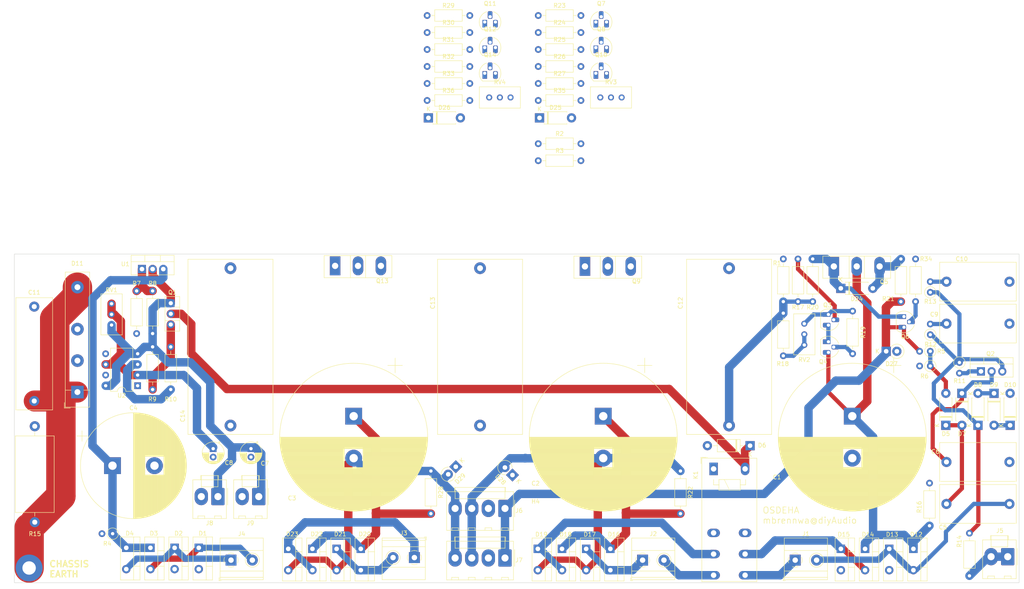
<source format=kicad_pcb>
(kicad_pcb (version 20240108) (generator "pcbnew") (generator_version "8.0")
  (layers (0 "F.Cu" signal) (31 "B.Cu" signal) (34 "B.Paste" user) (35 "F.Paste" user) (36 "B.SilkS" user "B.Silkscreen") (37 "F.SilkS" user "F.Silkscreen") (38 "B.Mask" user) (39 "F.Mask" user) (44 "Edge.Cuts" user))
  (net 0 "")
  (net 1 "Net-(D3-K)")
  (net 2 "GND")
  (net 3 "/HV_STABI1/CAP")
  (net 4 "/HV_STABI2/CAP")
  (net 5 "/B-")
  (net 6 "/HV_STABI3/CAP")
  (net 7 "/B2-")
  (net 8 "Net-(D6-K)")
  (net 9 "Net-(D7-K)")
  (net 10 "/H")
  (net 11 "Net-(U2-THR)")
  (net 12 "Net-(C9-Pad1)")
  (net 13 "Net-(C10-Pad1)")
  (net 14 "Earth_Protective")
  (net 15 "/HV_STABI2/RSET")
  (net 16 "/HV_STABI1/RSET")
  (net 17 "/HV_STABI3/RSET")
  (net 18 "Net-(D5-A)")
  (net 19 "Net-(D5-K)")
  (net 20 "Net-(D8-K)")
  (net 21 "Net-(D8-A)")
  (net 22 "Net-(D10-K)")
  (net 23 "/HV_STABI2/AC2")
  (net 24 "/HV_STABI1/AC2")
  (net 25 "/BIAS")
  (net 26 "Net-(Q3-S)")
  (net 27 "Net-(Q3-G)")
  (net 28 "Net-(Q7-S)")
  (net 29 "Net-(Q7-G)")
  (net 30 "Net-(Q7-D)")
  (net 31 "Net-(Q1-B)")
  (net 32 "Net-(Q2-G)")
  (net 33 "Net-(Q3-D)")
  (net 34 "Net-(Q4-G)")
  (net 35 "Net-(Q11-G)")
  (net 36 "Net-(Q8-G)")
  (net 37 "Net-(Q11-S)")
  (net 38 "Net-(D24-K)")
  (net 39 "Net-(D24-A)")
  (net 40 "Net-(U1-ADJ)")
  (net 41 "Net-(U2-Q)")
  (net 42 "Net-(D25-K)")
  (net 43 "Net-(D25-A)")
  (net 46 "Net-(Q11-D)")
  (net 47 "Net-(Q12-G)")
  (net 48 "Net-(D26-A)")
  (net 49 "Net-(D26-K)")
  (net 50 "Net-(R18-Pad2)")
  (net 51 "Net-(R24-Pad2)")
  (net 52 "Net-(R30-Pad2)")
  (net 53 "/B+")
  (net 56 "/AC1B+")
  (net 57 "/AC1HTR")
  (net 58 "/AC2HTR")
  (net 59 "/AC1B-")
  (net 60 "Net-(Q6-B)")
  (net 61 "Net-(Q10-B)")
  (net 62 "Net-(Q14-B)")
  (net 63 "/AC1B2-")
  (net 64 "/AC2B2-")
  (net 65 "/AC2B+")
  (net 66 "/AC2B-")
  (footprint "Resistor_THT:R_Axial_DIN0207_L6.3mm_D2.5mm_P2.54mm_Vertical" (layer "F.Cu") (at 252 86.947 90)
    (property "Reference" "R13")
    (property "Value" "100k")
  )
  (footprint "Diode_THT:Diode_Bridge_32.0x5.6x17.0mm_P10.0mm_P7.5mm" (layer "F.Cu") (at 48.895 110.725 90)
    (property "Reference" "D11")
    (property "Value" "GBJ3510")
  )
  (footprint "Package_TO_SOT_THT:TO-92_HandSolder" (layer "F.Cu") (at 172.36 34.74)
    (property "Reference" "Q10")
    (property "Value" "BC550")
  )
  (footprint "Package_TO_SOT_THT:TO-220-3_Vertical" (layer "F.Cu") (at 264.068 105.791)
    (property "Reference" "Q2")
    (property "Value" "10M90S")
  )
  (footprint "Capacitor_THT:CP_Radial_D35.0mm_P10.00mm_SnapIn" (layer "F.Cu") (at 233.426 116.473501 -90)
    (property "Reference" "C1")
    (property "Value" "470u 550 VDC" (hide yes))
  )
  (footprint "MountingHole:MountingHole_3.2mm_M3" (layer "F.Cu") (at 188.5 103)
    (property "Reference" "H2" (hide yes))
    (property "Value" "MountingHole")
  )
  (footprint "Resistor_THT:R_Axial_DIN0207_L6.3mm_D2.5mm_P2.54mm_Vertical" (layer "F.Cu") (at 258.9436 103.6828 -90)
    (property "Reference" "R11")
    (property "Value" "3k")
  )
  (footprint "Resistor_THT:R_Axial_DIN0207_L6.3mm_D2.5mm_P10.16mm_Horizontal" (layer "F.Cu") (at 132.18 20.97)
    (property "Reference" "R29")
    (property "Value" "1k")
  )
  (footprint "Resistor_THT:R_Axial_DIN0918_L18.0mm_D9.0mm_P22.86mm_Horizontal" (layer "F.Cu") (at 38.735 141.732 90)
    (property "Reference" "R15")
    (property "Value" "100 5 W")
  )
  (footprint "Package_TO_SOT_THT:TO-92_HandSolder" (layer "F.Cu") (at 227.73 92.23 -90)
    (property "Reference" "Q3")
    (property "Value" "LND150" (hide yes))
  )
  (footprint "Resistor_THT:R_Axial_DIN0207_L6.3mm_D2.5mm_P10.16mm_Horizontal" (layer "F.Cu") (at 158.64 55.57)
    (property "Reference" "R3")
    (property "Value" "1.1M")
  )
  (footprint "Connector_Molex:Molex_KK-396_A-41791-0002_1x02_P3.96mm_Vertical" (layer "F.Cu") (at 82.355 135.636 180)
    (property "Reference" "J8")
    (property "Value" "HEATERS-LEFT")
  )
  (footprint "TerminalBlock_Phoenix:TerminalBlock_Phoenix_MKDS-1,5-2-5.08_1x02_P5.08mm_Horizontal" (layer "F.Cu") (at 219.837 150.782501)
    (property "Reference" "J1")
    (property "Value" "340 VAC / 220 mA")
  )
  (footprint "Package_TO_SOT_THT:TO-92_HandSolder" (layer "F.Cu") (at 145.9 34.74)
    (property "Reference" "Q14")
    (property "Value" "BC550")
  )
  (footprint "Diode_THT:D_DO-41_SOD81_P7.62mm_Horizontal" (layer "F.Cu") (at 267.183 111.014 -90)
    (property "Reference" "D9")
    (property "Value" "200 V")
  )
  (footprint "Capacitor_THT:C_Rect_L18.0mm_W9.0mm_P15.00mm_FKS3_FKP3" (layer "F.Cu") (at 255.851 137.381)
    (property "Reference" "C5")
    (property "Value" "100n 1 kV")
  )
  (footprint "Resistor_THT:R_Axial_DIN0207_L6.3mm_D2.5mm_P10.16mm_Horizontal" (layer "F.Cu") (at 233.5 101.58 90)
    (property "Reference" "R19")
    (property "Value" "1k" (hide yes))
  )
  (footprint "Capacitor_THT:C_Rect_L26.5mm_W8.5mm_P22.50mm_MKS4" (layer "F.Cu") (at 38.608 90.35 -90)
    (property "Reference" "C11")
    (property "Value" "100n")
  )
  (footprint "Resistor_THT:R_Axial_DIN0207_L6.3mm_D2.5mm_P10.16mm_Horizontal" (layer "F.Cu") (at 158.64 37.17)
    (property "Reference" "R27")
    (property "Value" "2")
  )
  (footprint "Resistor_THT:R_Axial_DIN0207_L6.3mm_D2.5mm_P10.16mm_Horizontal" (layer "F.Cu") (at 158.64 41.22)
    (property "Reference" "R35")
    (property "Value" "1k")
  )
  (footprint "Package_TO_SOT_THT:TO-220-2_Vertical" (layer "F.Cu") (at 236.467333 148.092501 -90)
    (property "Reference" "D14")
    (property "Value" "STTH512FP")
  )
  (footprint "Resistor_THT:R_Axial_DIN0207_L6.3mm_D2.5mm_P2.54mm_Vertical" (layer "F.Cu") (at 252 97.045 90)
    (property "Reference" "R12")
    (property "Value" "100k")
  )
  (footprint "MountingHole:MountingHole_3.2mm_M3_Pad" (layer "F.Cu") (at 37.3888 152.654)
    (property "Reference" "CHASSIS1" (hide yes))
    (property "Value" "MountingHole_Pad")
  )
  (footprint "Package_TO_SOT_THT:TO-220-2_Vertical" (layer "F.Cu") (at 72.037666 147.842501 -90)
    (property "Reference" "D2")
    (property "Value" "SBT1845-3G")
  )
  (footprint "Package_TO_SOT_THT:TO-220-2_Vertical" (layer "F.Cu") (at 175.811 148.092501 -90)
    (property "Reference" "D16")
    (property "Value" "STTH512FP")
  )
  (footprint "Resistor_THT:R_Axial_DIN0207_L6.3mm_D2.5mm_P10.16mm_Horizontal" (layer "F.Cu") (at 261.326 154.52 90)
    (property "Reference" "R14")
    (property "Value" "4.7M")
  )
  (footprint "Resistor_THT:R_Axial_DIN0207_L6.3mm_D2.5mm_P10.16mm_Horizontal" (layer "F.Cu") (at 158.64 29.07)
    (property "Reference" "R25")
    (property "Value" "1k")
  )
  (footprint "Resistor_THT:R_Axial_DIN0207_L6.3mm_D2.5mm_P10.16mm_Horizontal" (layer "F.Cu") (at 158.64 25.02)
    (property "Reference" "R24")
    (property "Value" "1k")
  )
  (footprint "Package_TO_SOT_THT:TO-126-3_Vertical" (layer "F.Cu") (at 71.126 89.535 -90)
    (property "Reference" "Q1")
    (property "Value" "BD138")
  )
  (footprint "Package_TO_SOT_THT:TO-220-2_Vertical" (layer "F.Cu") (at 158.539 148.092501 -90)
    (property "Reference" "D19")
    (property "Value" "STTH512FP")
  )
  (footprint "Capacitor_THT:C_Rect_L41.5mm_W20.0mm_P37.50mm_MKS4" (layer "F.Cu") (at 204.089 118.699 90)
    (property "Reference" "C12")
    (property "Value" "4.7u 630 V")
  )
  (footprint "Package_TO_SOT_THT:TO-220-2_Vertical" (layer "F.Cu") (at 164.296333 148.092501 -90)
    (property "Reference" "D18")
    (property "Value" "STTH512FP")
  )
  (footprint "Capacitor_THT:CP_Radial_D5.0mm_P2.00mm" (layer "F.Cu") (at 81.225 124.214 -90)
    (property "Reference" "C8")
    (property "Value" "22u 16 V")
  )
  (footprint "TerminalBlock_Phoenix:TerminalBlock_Phoenix_MKDS-1,5-2-5.08_1x02_P5.08mm_Horizontal" (layer "F.Cu") (at 85.471 150.782501)
    (property "Reference" "J4")
    (property "Value" "9 VAC / 4.5 A")
  )
  (footprint "Resistor_THT:R_Axial_DIN0207_L6.3mm_D2.5mm_P10.16mm_Horizontal" (layer "F.Cu") (at 66.802 110.109 90)
    (property "Reference" "R9")
    (property "Value" "3.3k")
  )
  (footprint "Capacitor_THT:C_Rect_L18.0mm_W9.0mm_P15.00mm_FKS3_FKP3" (layer "F.Cu") (at 255.858 84.407)
    (property "Reference" "C10")
    (property "Value" "100n 1 kV")
  )
  (footprint "MountingHole:MountingHole_3.2mm_M3" (layer "F.Cu") (at 37.3888 81.3308)
    (property "Reference" "H1" (hide yes))
    (property "Value" "MountingHole")
  )
  (footprint "Resistor_THT:R_Axial_DIN0207_L6.3mm_D2.5mm_P2.54mm_Vertical" (layer "F.Cu") (at 252 104.5052 180)
    (property "Reference" "R6")
    (property "Value" "866k")
  )
  (footprint "Package_TO_SOT_THT:TO-92_HandSolder" (layer "F.Cu") (at 145.9 22.52)
    (property "Reference" "Q11")
    (property "Value" "LND150")
  )
  (footprint "Resistor_THT:R_Axial_DIN0207_L6.3mm_D2.5mm_P10.16mm_Horizontal" (layer "F.Cu") (at 245 89.16 90)
    (property "Reference" "R21")
    (property "Value" "2")
  )
  (footprint "Resistor_THT:R_Axial_DIN0207_L6.3mm_D2.5mm_P10.16mm_Horizontal" (layer "F.Cu") (at 251.8156 132.42 -90)
    (property "Reference" "R16")
    (property "Value" "1M")
  )
  (footprint "Diode_THT:D_DO-41_SOD81_P7.62mm_Horizontal" (layer "F.Cu") (at 255.708 118.634 90)
    (property "Reference" "D5")
    (property "Value" "1N4007")
  )
  (footprint "Resistor_THT:R_Axial_DIN0207_L6.3mm_D2.5mm_P10.16mm_Horizontal" (layer "F.Cu") (at 217 91.92 -90)
    (property "Reference" "R18")
    (property "Value" "1k" (hide yes))
  )
  (footprint "Connector_Molex:Molex_KK-396_A-41791-0002_1x02_P3.96mm_Vertical" (layer "F.Cu") (at 270.441 149.96 180)
    (property "Reference" "J5")
    (property "Value" "Stator bias")
  )
  (footprint "Resistor_THT:R_Axial_DIN0207_L6.3mm_D2.5mm_P2.54mm_Vertical" (layer "F.Cu") (at 252 101 180)
    (property "Reference" "R5")
    (property "Value" "47k")
  )
  (footprint "Package_TO_SOT_THT:TO-220-2_Vertical" (layer "F.Cu") (at 247.982 148.092501 -90)
    (property "Reference" "D12")
    (property "Value" "STTH512FP")
  )
  (footprint "Package_TO_SOT_THT:TO-220-2_Vertical" (layer "F.Cu") (at 104.860333 148.092501 -90)
    (property "Reference" "D22")
    (property "Value" "STTH512FP")
  )
  (footprint "Package_TO_SOT_THT:TO-92_HandSolder" (layer "F.Cu") (at 172.36 28.63)
    (property "Reference" "Q8")
    (property "Value" "LND150")
  )
  (footprint "Potentiometer_THT:Potentiometer_Bourns_3296W_Vertical" (layer "F.Cu") (at 178.5 40.5)
    (property "Reference" "RV3")
    (property "Value" "1k")
  )
  (footprint "Resistor_THT:R_Axial_DIN0207_L6.3mm_D2.5mm_P10.16mm_Horizontal" (layer "F.Cu") (at 220.5 79 -90)
    (property "Reference" "R17")
    (property "Value" "1k")
  )
  (footprint "Diode_THT:D_DO-41_SOD81_P7.62mm_Horizontal" (layer "F.Cu") (at 263.358 118.634 90)
    (property "Reference" "D8")
    (property "Value" "200 V")
  )
  (footprint "MountingHole:MountingHole_3.2mm_M3" (layer "F.Cu") (at 255.524 152.654)
    (property "Reference" "H3" (hide yes))
    (property "Value" "MountingHole")
  )
  (footprint "Resistor_THT:R_Axial_DIN0207_L6.3mm_D2.5mm_P10.16mm_Horizontal" (layer "F.Cu") (at 133.0706 129.5372 -90)
    (property "Reference" "R28")
    (property "Value" "1M")
  )
  (footprint "Capacitor_THT:C_Rect_L18.0mm_W9.0mm_P15.00mm_FKS3_FKP3" (layer "F.Cu") (at 255.851 127.381)
    (property "Reference" "C6")
    (property "Value" "100n 1 kV")
  )
  (footprint "Capacitor_THT:CP_Radial_D35.0mm_P10.00mm_SnapIn" (layer "F.Cu") (at 174.1148 116.471301 -90)
    (property "Reference" "C2")
    (property "Value" "470u 550 VDC" (hide yes))
  )
  (footprint "Package_TO_SOT_THT:TO-92_HandSolder" (layer "F.Cu") (at 227.73 98.73 -90)
    (property "Reference" "Q4")
    (property "Value" "LND150" (hide yes))
  )
  (footprint "Package_TO_SOT_THT:TO-220-2_Vertical" (layer "F.Cu") (at 116.375 148.092501 -90)
    (property "Reference" "D20")
    (property "Value" "STTH512FP")
  )
  (footprint "Resistor_THT:R_Axial_DIN0207_L6.3mm_D2.5mm_P10.16mm_Horizontal" (layer "F.Cu") (at 62.992 86.614 -90)
    (property "Reference" "R7")
    (property "Value" "1.91k")
  )
  (footprint "Capacitor_THT:CP_Radial_D25.0mm_P10.00mm_SnapIn" (layer "F.Cu") (at 57.24363 128.27)
    (property "Reference" "C4")
    (property "Value" "10000u 25 V")
  )
  (footprint "Package_TO_SOT_THT:TO-92_HandSolder" (layer "F.Cu") (at 172.36 22.52)
    (property "Reference" "Q7")
    (property "Value" "LND150")
  )
  (footprint "Resistor_THT:R_Axial_DIN0207_L6.3mm_D2.5mm_P10.16mm_Horizontal" (layer "F.Cu") (at 132.18 25.02)
    (property "Reference" "R30")
    (property "Value" "1k")
  )
  (footprint "Resistor_THT:R_Axial_DIN0207_L6.3mm_D2.5mm_P10.16mm_Horizontal" (layer "F.Cu") (at 132.18 41.22)
    (property "Reference" "R36")
    (property "Value" "1k")
  )
  (footprint "TerminalBlock_Phoenix:TerminalBlock_Phoenix_MKDS-1,5-2-5.08_1x02_P5.08mm_Horizontal" (layer "F.Cu") (at 183.487 150.782501)
    (property "Reference" "J2")
    (property "Value" "340 VAC / 220 mA")
  )
  (footprint "Package_TO_SOT_THT:TO-247-3_Vertical" (layer "F.Cu") (at 229.0334 80.772)
    (property "Reference" "Q5")
    (property "Value" "NTHL1000N170M1 " (hide yes))
  )
  (footprint "Diode_THT:D_DO-41_SOD81_P7.62mm_Horizontal" (layer "F.Cu") (at 132.48 45.37)
    (property "Reference" "D26")
    (property "Value" "10 V")
  )
  (footprint "Package_TO_SOT_THT:TO-220-2_Vertical" (layer "F.Cu") (at 99.103 148.092501 -90)
    (property "Reference" "D23")
    (property "Value" "STTH512FP")
  )
  (footprint "Resistor_THT:R_Axial_DIN0207_L6.3mm_D2.5mm_P10.16mm_Horizontal" (layer "F.Cu") (at 158.64 33.12)
    (property "Reference" "R26")
    (property "Value" "300")
  )
  (footprint "Package_TO_SOT_THT:TO-220-2_Vertical" (layer "F.Cu") (at 110.617666 148.092501 -90)
    (property "Reference" "D21")
    (property "Value" "STTH512FP")
  )
  (footprint "Package_TO_SOT_THT:TO-220-3_Vertical" (layer "F.Cu") (at 64.262 81.407)
    (property "Reference" "U1")
    (property "Value" "LM1085-ADJ")
  )
  (footprint "Diode_THT:D_DO-41_SOD81_P7.62mm_Horizontal" (layer "F.Cu") (at 271.008 118.634 90)
    (property "Reference" "D10")
    (property "Value" "180 V")
  )
  (footprint "Resistor_THT:R_Axial_DIN0207_L6.3mm_D2.5mm_P10.16mm_Horizontal" (layer "F.Cu") (at 132.18 33.12)
    (property "Reference" "R32")
    (property "Value" "300")
  )
  (footprint "Package_DIP:DIP-8_W7.62mm" (layer "F.Cu") (at 63.236 109.21 180)
    (property "Reference" "U2")
    (property "Value" "NE555P")
  )
  (footprint "Potentiometer_THT:Potentiometer_Bourns_3296W_Vertical" (layer "F.Cu") (at 152.04 40.5)
    (property "Reference" "RV4")
    (property "Value" "1k")
  )
  (footprint "Resistor_THT:R_Axial_DIN0207_L6.3mm_D2.5mm_P10.16mm_Horizontal" (layer "F.Cu") (at 192.5066 129.5372 -90)
    (property "Reference" "R22")
    (property "Value" "1M")
  )
  (footprint "Resistor_THT:R_Axial_DIN0207_L6.3mm_D2.5mm_P10.16mm_Horizontal" (layer "F.Cu") (at 71.12 99.949 -90)
    (property "Reference" "R10")
    (property "Value" "2k")
  )
  (footprint "Package_TO_SOT_THT:TO-247-3_Vertical" (layer "F.Cu") (at 169.759 80.772)
    (property "Reference" "Q9")
    (property "Value" "NTHL1000N170M1 ")
  )
  (footprint "Resistor_THT:R_Axial_DIN0207_L6.3mm_D2.5mm_P10.16mm_Horizontal" (layer "F.Cu") (at 132.18 37.17)
    (property "Reference" "R33")
    (property "Value" "2")
  )
  (footprint "Capacitor_THT:C_Rect_L18.0mm_W9.0mm_P15.00mm_FKS3_FKP3" (layer "F.Cu") (at 255.858 94.407)
    (property "Reference" "C9")
    (property "Value" "100n 1 kV")
  )
  (footprint "Connector_Molex:Molex_KK-396_A-41791-0004_1x04_P3.96mm_Vertical" (layer "F.Cu") (at 150.72 150.272501 180)
    (property "Reference" "J7")
    (property "Value" "HV-R")
  )
  (footprint "Package_TO_SOT_THT:TO-220-2_Vertical" (layer "F.Cu") (at 242.224666 148.092501 -90)
    (property "Reference" "D13")
    (property "Value" "STTH512FP")
  )
  (footprint "Resistor_THT:R_Axial_DIN0207_L6.3mm_D2.5mm_P10.16mm_Horizontal" (layer "F.Cu") (at 217 79 -90)
    (property "Reference" "R1")
    (property "Value" "866k")
  )
  (footprint "Connector_Molex:Molex_KK-396_A-41791-0002_1x02_P3.96mm_Vertical" (layer "F.Cu") (at 92.075 135.636 180)
    (property "Reference" "J9")
    (property "Value" "HEATERS-RIGHT")
  )
  (footprint "Diode_THT:D_DO-41_SOD81_P7.62mm_Horizontal" (layer "F.Cu") (at 259.533 111.014 -90)
    (property "Reference" "D7")
    (property "Value" "1N4007")
  )
  (footprint "Package_TO_SOT_THT:TO-220-2_Vertical" (layer "F.Cu") (at 60.523 147.842501 -90)
    (property "Reference" "D4")
    (property "Value" "SBT1845-3G")
  )
  (footprint "Package_TO_SOT_THT:TO-220-2_Vertical" (layer "F.Cu") (at 66.280333 147.842501 -90)
    (property "Reference" "D3")
    (property "Value" "SBT1845-3G")
  )
  (footprint "Package_TO_SOT_THT:TO-92_HandSolder" (layer "F.Cu") (at 145.9 28.63)
    (property "Reference" "Q12")
    (property "Value" "LND150")
  )
  (footprint "Resistor_THT:R_Axial_DIN0207_L6.3mm_D2.5mm_P2.54mm_Vertical" (layer "F.Cu") (at 57.2806 144.4752 180)
    (property "Reference" "R4")
    (property "Value" "10k")
  )
  (footprint "Resistor_THT:R_Axial_DIN0207_L6.3mm_D2.5mm_P10.16mm_Horizontal" (layer "F.Cu") (at 132.18 29.07)
    (property "Reference" "R31")
    (property "Value" "1k")
  )
  (footprint "Resistor_THT:R_Axial_DIN0207_L6.3mm_D2.5mm_P10.16mm_Horizontal" (layer "F.Cu") (at 224 79 -90)
    (property "Reference" "R20")
    (property "Value" "300")
  )
  (footprint "Resistor_THT:R_Axial_DIN0207_L6.3mm_D2.5mm_P10.16mm_Horizontal" (layer "F.Cu") (at 66.802 96.774 90)
    (property "Reference" "R8")
    (property "Value" "470")
  )
  (footprint "Potentiometer_THT:Potentiometer_Bourns_3296W_Vertical" (layer "F.Cu") (at 222 94.42 90)
    (property "Reference" "RV2")
    (property "Value" "1k" (hide yes))
  )
  (footprint "Package_TO_SOT_THT:TO-247-3_Vertical" (layer "F.Cu") (at 110.263 80.645)
    (property "Reference" "Q13")
    (property "Value" "NTHL1000N170M1 ")
  )
  (footprint "Relay_THT:Relay_DPDT_Schrack-RT2-FormC_RM5mm" (layer "F.Cu") (at 200.399 129.032501 -90)
    (property "Reference" "K1")
    (property "Value" "RT424006")
  )
  (footprint "Package_TO_SOT_THT:TO-220-2_Vertical" (layer "F.Cu") (at 230.71 148.092501 -90)
    (property "Reference" "D15")
    (property "Value" "STTH512FP")
  )
  (footprint "Diode_THT:D_DO-41_SOD81_P2.54mm_Vertical_KathodeUp" (layer "F.Cu") (at 139 128.520101 -135)
    (property "Reference" "D29")
    (property "Value" "1N4007")
  )
  (footprint "TerminalBlock_Phoenix:TerminalBlock_Phoenix_MKDS-1,5-2-5.08_1x02_P5.08mm_Horizontal" (layer "F.Cu") (at 129.141 150.172501 180)
    (property "Reference" "J3")
    (property "Value" "420 VAC / 75 mA")
  )
  (footprint "MountingHole:MountingHole_3.2mm_M3" (layer "F.Cu") (at 158 141)
    (property "Reference" "H4")
    (property "Value" "MountingHole")
  )
  (footprint "Diode_THT:D_DO-41_SOD81_P7.62mm_Horizontal" (layer "F.Cu") (at 230.69 86)
    (property "Reference" "D24")
    (property "Value" "10 V" (hide yes))
  )
  (footprint "Capacitor_THT:CP_Radial_D5.0mm_P2.00mm" (layer "F.Cu") (at 90.225 124.214 -90)
    (property "Reference" "C7")
    (property "Value" "22u 16 V")
  )
  (footprint "Diode_THT:D_DO-41_SOD81_P2.54mm_Vertical_KathodeUp" (layer "F.Cu") (at 241.5 101)
    (property "Reference" "D27")
    (property "Value" "1N4007" (hide yes))
  )
  (footprint "Package_TO_SOT_THT:TO-92_HandSolder" (layer "F.Cu") (at 245.73 92.73 -90)
    (property "Reference" "Q6")
    (property "Value" "BC550" (hide yes))
  )
  (footprint "Diode_THT:D_DO-41_SOD81_P7.62mm_Horizontal" (layer "F.Cu") (at 158.94 45.37)
    (property "Reference" "D25")
    (property "Value" "10 V")
  )
  (footprint "Diode_THT:D_DO-41_SOD81_P10.16mm_Horizontal" (layer "F.Cu") (at 209.08 123.5 180)
    (property "Reference" "D6")
    (property "Value" "1N4004")
  )
  (footprint "Potentiometer_THT:Potentiometer_Bourns_3296W_Vertical" (layer "F.Cu") (at 57.023 89.662 90)
    (property "Reference" "RV1")
    (property "Value" "2M")
  )
  (footprint "Capacitor_THT:CP_Radial_D35.0mm_P10.00mm_SnapIn" (layer "F.Cu") (at 114.681 116.473501 -90)
    (property "Reference" "C3")
    (property "Value" "220u 630 VDC")
  )
  (footprint "Resistor_THT:R_Axial_DIN0207_L6.3mm_D2.5mm_P10.16mm_Horizontal" (layer "F.Cu") (at 158.64 51.52)
    (property "Reference" "R2")
    (property "Value" "866k")
  )
  (footprint "Capacitor_THT:C_Rect_L41.5mm_W20.0mm_P37.50mm_MKS4" (layer "F.Cu") (at 144.7778 118.6968 90)
    (property "Reference" "C13")
    (property "Value" "4.7u 630 V")
  )
  (footprint "Resistor_THT:R_Axial_DIN0207_L6.3mm_D2.5mm_P10.16mm_Horizontal" (layer "F.Cu") (at 158.64 20.97)
    (property "Reference" "R23")
    (property "Value" "1k")
  )
  (footprint "Diode_THT:D_DO-41_SOD81_P2.54mm_Vertical_KathodeUp" (layer "F.Cu") (at 152.5 130.5 135)
    (property "Reference" "D28")
    (property "Value" "1N4007")
  )
  (footprint "Resistor_THT:R_Axial_DIN0207_L6.3mm_D2.5mm_P10.16mm_Horizontal" (layer "F.Cu") (at 248.5 89.16 90)
    (property "Reference" "R34")
    (property "Value" "1k" (hide yes))
  )
  (footprint "Package_TO_SOT_THT:TO-220-2_Vertical" (layer "F.Cu") (at 77.795 147.842501 -90)
    (property "Reference" "D1")
    (property "Value" "SBT1845-3G")
  )
  (footprint "Connector_Molex:Molex_KK-396_A-41791-0004_1x04_P3.96mm_Vertical" (layer "F.Cu") (at 150.72 138.461501 180)
    (property "Reference" "J6")
    (property "Value" "HV-L")
  )
  (footprint "Package_TO_SOT_THT:TO-220-2_Vertical" (layer "F.Cu") (at 170.053666 148.092501 -90)
    (property "Reference" "D17")
    (property "Value" "STTH512FP")
  )
  (footprint "Capacitor_THT:C_Rect_L41.5mm_W20.0mm_P37.50mm_MKS4" (layer "F.Cu") (at 85.344 118.699 90)
    (property "Reference" "C14")
    (property "Value" "4.7u 630 V")
  )
  (gr_rect (start 33.8836 77.8256) (end 273.1516 156.1592) (stroke (width 0.1)) (fill none) (layer "Edge.Cuts"))
  (gr_text "OSDEHA\nmbrennwa@diyAudio" (at 211.9884 142.1892 0) (layer "F.SilkS") (effects (font (size 1.5 1.5)) (justify left bottom)))
  (gr_text "CHASSIS\nEARTH" (at 42.0624 154.9908 0) (layer "F.SilkS") (effects (font (size 1.5 1.5) (thickness 0.3) (bold yes)) (justify left bottom)))
  (segment (start 52.4764 123.50277) (end 52.4764 88.392) (width 2) (layer "B.Cu") (net 1))
  (segment (start 52.4764 88.392) (end 56.7944 84.074) (width 2) (layer "B.Cu") (net 1))
  (segment (start 57.24363 128.27) (end 57.24363 144.563131) (width 2) (layer "B.Cu") (net 1))
  (segment (start 68.675 84.074) (end 56.7944 84.074) (width 2) (layer "B.Cu") (net 1))
  (segment (start 69.342 81.407) (end 69.342 83.407) (width 2) (layer "B.Cu") (net 1))
  (segment (start 57.24363 144.563131) (end 60.523 147.842501) (width 2) (layer "B.Cu") (net 1))
  (segment (start 69.342 83.407) (end 68.675 84.074) (width 2) (layer "B.Cu") (net 1))
  (segment (start 57.24363 128.27) (end 52.4764 123.50277) (width 2) (layer "B.Cu") (net 1))
  (segment (start 60.523 147.842501) (end 66.280333 147.842501) (width 2) (layer "B.Cu") (net 1))
  (segment (start 233.426 116.426) (end 233.426 116.473501) (width 1) (layer "F.Cu") (net 3))
  (segment (start 237 112.899501) (end 233.426 116.473501) (width 2) (layer "F.Cu") (net 3))
  (segment (start 227.73 101.27) (end 227.73 110.73) (width 1) (layer "F.Cu") (net 3))
  (segment (start 237 89.5) (end 237 112.899501) (width 2) (layer "F.Cu") (net 3))
  (segment (start 234.4834 86.9834) (end 237 89.5) (width 2) (layer "F.Cu") (net 3))
  (segment (start 234.4834 80.772) (end 234.4834 86.9834) (width 2) (layer "F.Cu") (net 3))
  (segment (start 227.73 110.73) (end 233.426 116.426) (width 1) (layer "F.Cu") (net 3))
  (segment (start 238.379 121.426501) (end 233.426 116.473501) (width 2) (layer "B.Cu") (net 3))
  (segment (start 236.467333 146.691667) (end 238.379 144.78) (width 2) (layer "B.Cu") (net 3))
  (segment (start 238.379 144.78) (end 245.78 144.78) (width 2) (layer "B.Cu") (net 3))
  (segment (start 247.982 146.982) (end 247.982 148.092501) (width 2) (layer "B.Cu") (net 3))
  (segment (start 238.379 137.795) (end 238.379 129.9972) (width 2) (layer "B.Cu") (net 3))
  (segment (start 238.379 129.9972) (end 238.379 121.426501) (width 2) (layer "B.Cu") (net 3))
  (segment (start 245.78 144.78) (end 247.982 146.982) (width 2) (layer "B.Cu") (net 3))
  (segment (start 247.982 146.4136) (end 251.8156 142.58) (width 2) (layer "B.Cu") (net 3))
  (segment (start 247.982 148.092501) (end 247.982 146.4136) (width 2) (layer "B.Cu") (net 3))
  (segment (start 238.379 144.78) (end 238.379 137.795) (width 2) (layer "B.Cu") (net 3))
  (segment (start 236.467333 148.092501) (end 236.467333 146.691667) (width 2) (layer "B.Cu") (net 3))
  (segment (start 179.5272 144.376301) (end 179.5272 139.4968) (width 2) (layer "F.Cu") (net 4))
  (segment (start 179.5272 139.4968) (end 179.5272 129.9972) (width 2) (layer "F.Cu") (net 4))
  (segment (start 179.5272 129.9972) (end 179.5272 121.883701) (width 2) (layer "F.Cu") (net 4))
  (segment (start 175.811 148.092501) (end 179.5272 144.376301) (width 2) (layer "F.Cu") (net 4))
  (segment (start 192.5066 139.6972) (end 179.7276 139.6972) (width 2) (layer "F.Cu") (net 4))
  (segment (start 179.7276 139.6972) (end 179.5272 139.4968) (width 2) (layer "F.Cu") (net 4))
  (segment (start 179.5272 121.883701) (end 174.117 116.473501) (width 2) (layer "F.Cu") (net 4))
  (segment (start 164.296333 148.092501) (end 167.456434 144.9324) (width 2) (layer "B.Cu") (net 4))
  (segment (start 167.456434 144.9324) (end 172.650899 144.9324) (width 2) (layer "B.Cu") (net 4))
  (segment (start 172.650899 144.9324) (end 175.811 148.092501) (width 2) (layer "B.Cu") (net 4))
  (segment (start 174.117 126.473501) (end 172.8216 127.768901) (width 2) (layer "F.Cu") (net 5))
  (segment (start 170.053666 153.172501) (end 167.553666 150.672501) (width 1.5) (layer "F.Cu") (net 5))
  (segment (start 172.8216 127.768901) (end 172.8216 144.6276) (width 2) (layer "F.Cu") (net 5))
  (segment (start 167.553666 150.672501) (end 161.039 150.672501) (width 1.5) (layer "F.Cu") (net 5))
  (segment (start 161.039 150.672501) (end 158.539 153.172501) (width 1.5) (layer "F.Cu") (net 5))
  (segment (start 170.053666 153.172501) (end 172.8216 150.404567) (width 1.5) (layer "F.Cu") (net 5))
  (segment (start 172.8216 150.404567) (end 172.8216 144.6276) (width 1.5) (layer "F.Cu") (net 5))
  (segment (start 152 126.5) (end 155.5 126.5) (width 2) (layer "B.Cu") (net 5))
  (segment (start 174.117 126.473501) (end 189.442901 126.473501) (width 2) (layer "B.Cu") (net 5))
  (segment (start 155.5 126.5) (end 174.090501 126.5) (width 2) (layer "B.Cu") (net 5))
  (segment (start 142.8 138.461501) (end 142.8 150.272501) (width 2) (layer "B.Cu") (net 5))
  (segment (start 142.8 138.461501) (end 142.8 135.7) (width 2) (layer "B.Cu") (net 5))
  (segment (start 142.8 135.7) (end 152 126.5) (width 2) (layer "B.Cu") (net 5))
  (segment (start 155.57175 126.42825) (end 155.5 126.5) (width 2) (layer "B.Cu") (net 5))
  (segment (start 174.090501 126.5) (end 174.117 126.473501) (width 2) (layer "B.Cu") (net 5))
  (segment (start 189.442901 126.473501) (end 192.5066 129.5372) (width 2) (layer "B.Cu") (net 5))
  (segment (start 119.9896 139.5984) (end 119.9896 142.6464) (width 2) (layer "F.Cu") (net 6))
  (segment (start 114.681 116.473501) (end 119.9896 121.782101) (width 2) (layer "F.Cu") (net 6))
  (segment (start 119.9896 142.6464) (end 119.9896 144.477901) (width 2) (layer "F.Cu") (net 6))
  (segment (start 120.0404 142.6972) (end 119.9896 142.6464) (width 2) (layer "F.Cu") (net 6))
  (segment (start 119.9896 130.048) (end 119.9896 139.5984) (width 2) (layer "F.Cu") (net 6))
  (segment (start 119.9896 144.477901) (end 116.375 148.092501) (width 2) (layer "F.Cu") (net 6))
  (segment (start 133.0706 139.6972) (end 120.0884 139.6972) (width 2) (layer "F.Cu") (net 6))
  (segment (start 119.9896 121.782101) (end 119.9896 130.048) (width 2) (layer "F.Cu") (net 6))
  (segment (start 120.0884 139.6972) (end 119.9896 139.5984) (width 2) (layer "F.Cu") (net 6))
  (segment (start 113.214899 144.9324) (end 116.375 148.092501) (width 2) (layer "B.Cu") (net 6))
  (segment (start 104.860333 148.092501) (end 108.020434 144.9324) (width 2) (layer "B.Cu") (net 6))
  (segment (start 108.020434 144.9324) (end 113.214899 144.9324) (width 2) (layer "B.Cu") (net 6))
  (segment (start 108.117666 150.672501) (end 110.617666 153.172501) (width 1.5) (layer "F.Cu") (net 7))
  (segment (start 101.603 150.672501) (end 108.117666 150.672501) (width 1.5) (layer "F.Cu") (net 7))
  (segment (start 99.103 153.172501) (end 101.603 150.672501) (width 1.5) (layer "F.Cu") (net 7))
  (segment (start 113.397967 127.770767) (end 113.397967 144.629466) (width 2) (layer "F.Cu") (net 7))
  (segment (start 110.630033 153.174367) (end 113.397967 150.406433) (width 1.5) (layer "F.Cu") (net 7))
  (segment (start 113.397967 150.406433) (end 113.397967 144.629466) (width 1.5) (layer "F.Cu") (net 7))
  (segment (start 114.693367 126.475367) (end 113.397967 127.770767) (width 2) (layer "F.Cu") (net 7))
  (segment (start 138.84 138.461501) (end 138.84 135.3066) (width 2) (layer "B.Cu") (net 7))
  (segment (start 117.744699 129.5372) (end 114.681 126.473501) (width 2) (layer "B.Cu") (net 7))
  (segment (start 133.0706 129.5372) (end 117.744699 129.5372) (width 2) (layer "B.Cu") (net 7))
  (segment (start 138.84 135.3066) (end 135.5167 131.9833) (width 2) (layer "B.Cu") (net 7))
  (segment (start 138.84 138.461501) (end 138.84 150.272501) (width 2) (layer "B.Cu") (net 7))
  (segment (start 135.5167 131.9833) (end 133.0706 129.5372) (width 2) (layer "B.Cu") (net 7))
  (segment (start 135.536801 131.9833) (end 135.5167 131.9833) (width 1) (layer "B.Cu") (net 7))
  (segment (start 137.203949 130.316152) (end 135.536801 131.9833) (width 2) (layer "B.Cu") (net 7))
  (segment (start 76 101.5) (end 84.5 110) (width 2) (layer "F.Cu") (net 8))
  (segment (start 207.899 124.681) (end 209.08 123.5) (width 2) (layer "F.Cu") (net 8))
  (segment (start 73.575 92.075) (end 76 94.5) (width 2) (layer "F.Cu") (net 8))
  (segment (start 207.899 128.076937) (end 202.109 122.286937) (width 2) (layer "F.Cu") (net 8))
  (segment (start 207.899 129.032501) (end 207.899 128.076937) (width 2) (layer "F.Cu") (net 8))
  (segment (start 189.822063 110) (end 202.109 122.286937) (width 2) (layer "F.Cu") (net 8))
  (segment (start 84.5 110) (end 189.822063 110) (width 2) (layer "F.Cu") (net 8))
  (segment (start 76 94.5) (end 76 101.5) (width 2) (layer "F.Cu") (net 8))
  (segment (start 207.899 129.032501) (end 207.899 124.681) (width 2) (layer "F.Cu") (net 8))
  (segment (start 71.126 92.075) (end 73.575 92.075) (width 2) (layer "F.Cu") (net 8))
  (segment (start 259.533 112.577) (end 257.302 114.808) (width 1) (layer "F.Cu") (net 9))
  (segment (start 257.302 114.808) (end 253.7968 114.808) (width 1) (layer "F.Cu") (net 9))
  (segment (start 253.7968 114.808) (end 252.5776 116.0272) (width 1) (layer "F.Cu") (net 9))
  (segment (start 259.533 111.014) (end 259.533 112.577) (width 1) (layer "F.Cu") (net 9))
  (segment (start 252.5776 116.0272) (end 252.5776 124.1076) (width 1) (layer "F.Cu") (net 9))
  (segment (start 252.5776 124.1076) (end 255.851 127.381) (width 1) (layer "F.Cu") (net 9))
  (segment (start 259.533 111.014) (end 262.133 108.414) (width 1) (layer "B.Cu") (net 9))
  (segment (start 262.133 108.414) (end 266.3975 108.414) (width 1) (layer "B.Cu") (net 9))
  (segment (start 266.3975 108.414) (end 266.608 108.2035) (width 1) (layer "B.Cu") (net 9))
  (segment (start 266.608 108.2035) (end 266.608 105.791) (width 1) (layer "B.Cu") (net 9))
  (segment (start 71.126 87.3312) (end 71.126 89.535) (width 2) (layer "F.Cu") (net 10))
  (segment (start 66.802 83.0072) (end 71.126 87.3312) (width 2) (layer "F.Cu") (net 10))
  (segment (start 66.802 81.407) (end 66.802 83.0072) (width 2) (layer "F.Cu") (net 10))
  (segment (start 64.877 99.949) (end 63.236 101.59) (width 2) (layer "B.Cu") (net 10))
  (segment (start 57.023 94.742) (end 57.023 96.4946) (width 2) (layer "B.Cu") (net 10))
  (segment (start 70.485 103.632) (end 66.802 99.949) (width 2) (layer "B.Cu") (net 10))
  (segment (start 58.1152 104.5464) (end 61.0716 101.59) (width 2) (layer "B.Cu") (net 10))
  (segment (start 66.802 96.774) (end 66.802 99.949) (width 2) (layer "B.Cu") (net 10))
  (segment (start 91.177692 123.914) (end 85.7124 123.914) (width 2) (layer "B.Cu") (net 10))
  (segment (start 55.616 109.21) (end 56.74737 109.21) (width 2) (layer "B.Cu") (net 10))
  (segment (start 85.7124 123.914) (end 85.7124 126.8348) (width 2) (layer "B.Cu") (net 10))
  (segment (start 62.1184 101.59) (end 63.236 101.59) (width 2) (layer "B.Cu") (net 10))
  (segment (start 75.7936 103.632) (end 70.485 103.632) (width 2) (layer "B.Cu") (net 10))
  (segment (start 92.6592 125.395508) (end 91.177692 123.914) (width 2) (layer "B.Cu") (net 10))
  (segment (start 85.7124 123.914) (end 80.518 118.7196) (width 2) (layer "B.Cu") (net 10))
  (segment (start 92.075 135.636) (end 92.6592 135.0518) (width 2) (layer "B.Cu") (net 10))
  (segment (start 66.802 99.949) (end 64.877 99.949) (width 2) (layer "B.Cu") (net 10))
  (segment (start 80.518 118.7196) (end 80.518 108.3564) (width 2) (layer "B.Cu") (net 10))
  (segment (start 66.802 96.774) (end 66.802 90.959) (width 2) (layer "B.Cu") (net 10))
  (segment (start 82.355 130.1922) (end 82.355 135.636) (width 2) (layer "B.Cu") (net 10))
  (segment (start 80.518 108.3564) (end 75.7936 103.632) (width 2) (layer "B.Cu") (net 10))
  (segment (start 61.0716 101.59) (end 63.236 101.59) (width 2) (layer "B.Cu") (net 10))
  (segment (start 58.1152 107.84217) (end 58.1152 104.5464) (width 2) (layer "B.Cu") (net 10))
  (segment (start 85.7124 126.8348) (end 82.355 130.1922) (width 2) (layer "B.Cu") (net 10))
  (segment (start 92.6592 131.064) (end 92.6592 125.395508) (width 2) (layer "B.Cu") (net 10))
  (segment (start 92.6592 135.0518) (end 92.6592 131.064) (width 2) (layer "B.Cu") (net 10))
  (segment (start 56.74737 109.21) (end 58.1152 107.84217) (width 2) (layer "B.Cu") (net 10))
  (segment (start 66.802 90.959) (end 68.226 89.535) (width 2) (layer "B.Cu") (net 10))
  (segment (start 68.226 89.535) (end 71.126 89.535) (width 2) (layer "B.Cu") (net 10))
  (segment (start 57.023 96.4946) (end 62.1184 101.59) (width 2) (layer "B.Cu") (net 10))
  (segment (start 59.243 93.822445) (end 57.622555 92.202) (width 2) (layer "F.Cu") (net 11))
  (segment (start 56.74737 104.13) (end 59.243 101.63437) (width 2) (layer "F.Cu") (net 11))
  (segment (start 57.023 92.202) (end 57.023 89.662) (width 2) (layer "F.Cu") (net 11))
  (segment (start 63.236 106.67) (end 61.408692 106.67) (width 2) (layer "F.Cu") (net 11))
  (segment (start 58.868692 104.13) (end 55.616 104.13) (width 2) (layer "F.Cu") (net 11))
  (segment (start 61.408692 106.67) (end 58.868692 104.13) (width 2) (layer "F.Cu") (net 11))
  (segment (start 55.616 104.13) (end 56.74737 104.13) (width 2) (layer "F.Cu") (net 11))
  (segment (start 59.243 101.63437) (end 59.243 93.822445) (width 2) (layer "F.Cu") (net 11))
  (segment (start 57.622555 92.202) (end 57.023 92.202) (width 2) (layer "F.Cu") (net 11))
  (segment (start 77.3684 120.0574) (end 81.225 123.914) (width 2) (layer "B.Cu") (net 11))
  (segment (start 63.236 106.67) (end 74.2088 106.67) (width 2) (layer "B.Cu") (net 11))
  (segment (start 77.3684 109.8296) (end 77.3684 120.0574) (width 2) (layer "B.Cu") (net 11))
  (segment (start 74.2088 106.67) (end 77.3684 109.8296) (width 2) (layer "B.Cu") (net 11))
  (segment (start 252 94.505) (end 255.76 94.505) (width 1) (layer "B.Cu") (net 12))
  (segment (start 255.76 94.505) (end 255.858 94.407) (width 1) (layer "B.Cu") (net 12))
  (segment (start 255.858 84.407) (end 252 84.407) (width 1) (layer "B.Cu") (net 13))
  (segment (start 44.958 113.358) (end 44.958 135.509) (width 7) (layer "F.Cu") (net 14))
  (segment (start 43.688 112.088) (end 44.45 112.85) (width 5) (layer "F.Cu") (net 14))
  (segment (start 44.45 112.85) (end 44.958 113.358) (width 7) (layer "F.Cu") (net 14))
  (segment (start 43.4848 93.2688) (end 43.4848 111.8848) (width 7) (layer "F.Cu") (net 14))
  (segment (start 48.895 85.725) (end 48.895 87.8586) (width 7) (layer "F.Cu") (net 14))
  (segment (start 38.862 141.859) (end 38.735 141.732) (width 2) (layer "F.Cu") (net 14))
  (segment (start 37.3888 143.0782) (end 38.735 141.732) (width 2) (layer "F.Cu") (net 14))
  (segment (start 38.735 141.732) (end 44.958 135.509) (width 7) (layer "F.Cu") (net 14))
  (segment (start 37.3888 152.654) (end 37.3888 143.0782) (width 7) (layer "F.Cu") (net 14))
  (segment (start 44.45 110.236) (end 44.45 112.85) (width 5) (layer "F.Cu") (net 14))
  (segment (start 43.4848 111.8848) (end 43.688 112.088) (width 7) (layer "F.Cu") (net 14))
  (segment (start 38.608 112.85) (end 44.45 112.85) (width 5) (layer "F.Cu") (net 14))
  (segment (start 48.895 87.8586) (end 43.4848 93.2688) (width 7) (layer "F.Cu") (net 14))
  (segment (start 44.939 110.725) (end 44.45 110.236) (width 2) (layer "F.Cu") (net 14))
  (segment (start 48.895 110.725) (end 44.939 110.725) (width 5) (layer "F.Cu") (net 14))
  (segment (start 217 91.92) (end 217 89.16) (width 2) (layer "B.Cu") (net 16))
  (segment (start 220.5 89.16) (end 224 89.16) (width 1) (layer "B.Cu") (net 16))
  (segment (start 204.089 104.831) (end 204.089 118.699) (width 2) (layer "B.Cu") (net 16))
  (segment (start 217 89.16) (end 220.5 89.16) (width 1) (layer "B.Cu") (net 16))
  (segment (start 217 91.92) (end 204.089 104.831) (width 2) (layer "B.Cu") (net 16))
  (segment (start 255.708 108.2132) (end 252 104.5052) (width 1) (layer "F.Cu") (net 18))
  (segment (start 255.708 111.014) (end 255.708 108.2132) (width 1) (layer "F.Cu") (net 18))
  (segment (start 252 101) (end 252 104.5052) (width 1) (layer "B.Cu") (net 18))
  (segment (start 255.708 118.634) (end 259.533 118.634) (width 1) (layer "F.Cu") (net 19))
  (segment (start 259.533 133.699) (end 255.851 137.381) (width 1) (layer "F.Cu") (net 19))
  (segment (start 259.533 118.634) (end 259.533 133.699) (width 1) (layer "F.Cu") (net 19))
  (segment (start 263.4488 118.7248) (end 263.4488 142.2372) (width 1) (layer "F.Cu") (net 20))
  (segment (start 263.4488 142.2372) (end 261.326 144.36) (width 1) (layer "F.Cu") (net 20))
  (segment (start 263.358 118.634) (end 263.4488 118.7248) (width 2) (layer "F.Cu") (net 20))
  (segment (start 252 97.045) (end 252.3058 97.045) (width 1) (layer "B.Cu") (net 20))
  (segment (start 252 86.947) (end 253.7235 86.947) (width 1) (layer "B.Cu") (net 20))
  (segment (start 259.786 115.062) (end 255.524 115.062) (width 1) (layer "B.Cu") (net 20))
  (segment (start 252.3058 97.045) (end 258.9436 103.6828) (width 1) (layer "B.Cu") (net 20))
  (segment (start 259.743599 102.882801) (end 267.855801 102.882801) (width 1) (layer "B.Cu") (net 20))
  (segment (start 263.358 118.634) (end 259.786 115.062) (width 1) (layer "B.Cu") (net 20))
  (segment (start 258.9436 103.6828) (end 259.743599 102.882801) (width 1) (layer "B.Cu") (net 20))
  (segment (start 252.857 112.395) (end 252.857 108.63803) (width 1) (layer "B.Cu") (net 20))
  (segment (start 253.7235 86.947) (end 258.9436 92.1671) (width 1) (layer "B.Cu") (net 20))
  (segment (start 252.857 108.63803) (end 257.81223 103.6828) (width 1) (layer "B.Cu") (net 20))
  (segment (start 269.148 105.791) (end 269.148 106.059752) (width 1) (layer "B.Cu") (net 20))
  (segment (start 269.148 104.175) (end 269.148 105.791) (width 1) (layer "B.Cu") (net 20))
  (segment (start 258.9436 92.1671) (end 258.9436 103.6828) (width 1) (layer "B.Cu") (net 20))
  (segment (start 257.81223 103.6828) (end 258.9436 103.6828) (width 1) (layer "B.Cu") (net 20))
  (segment (start 255.524 115.062) (end 252.857 112.395) (width 1) (layer "B.Cu") (net 20))
  (segment (start 267.855801 102.882801) (end 269.148 104.175) (width 1) (layer "B.Cu") (net 20))
  (segment (start 267.183 111.014) (end 263.358 111.014) (width 1) (layer "B.Cu") (net 21))
  (segment (start 271.008 118.634) (end 267.183 118.634) (width 1) (layer "B.Cu") (net 22))
  (segment (start 158.539 148.092501) (end 159.216333 148.092501) (width 2) (layer "B.Cu") (net 23))
  (segment (start 158.907499 148.092501) (end 158.539 148.092501) (width 2) (layer "B.Cu") (net 23))
  (segment (start 159.216333 148.092501) (end 164.296333 153.172501) (width 1.5) (layer "B.Cu") (net 23))
  (segment (start 200.399 149.332501) (end 195.509701 149.332501) (width 2) (layer "B.Cu") (net 23))
  (segment (start 188.0616 141.8844) (end 165.1156 141.8844) (width 2) (layer "B.Cu") (net 23))
  (segment (start 165.1156 141.8844) (end 158.907499 148.092501) (width 2) (layer "B.Cu") (net 23))
  (segment (start 195.509701 149.332501) (end 188.0616 141.8844) (width 2) (layer "B.Cu") (net 23))
  (segment (start 231.387333 148.092501) (end 236.467333 153.172501) (width 1.5) (layer "F.Cu") (net 24))
  (segment (start 230.71 148.092501) (end 231.387333 148.092501) (width 1.5) (layer "F.Cu") (net 24))
  (segment (start 207.899 149.332501) (end 211.804699 149.332501) (width 2) (layer "B.Cu") (net 24))
  (segment (start 228.718299 146.1008) (end 230.6 147.982501) (width 2) (layer "B.Cu") (net 24))
  (segment (start 215.0364 146.1008) (end 228.718299 146.1008) (width 2) (layer "B.Cu") (net 24))
  (segment (start 211.804699 149.332501) (end 215.0364 146.1008) (width 2) (layer "B.Cu") (net 24))
  (segment (start 265.886 149.96) (end 261.326 154.52) (width 2) (layer "B.Cu") (net 25))
  (segment (start 270.441 149.96) (end 266.481 149.96) (width 2) (layer "B.Cu") (net 25))
  (segment (start 227.73 92.23) (end 228.54 91.42) (width 1) (layer "B.Cu") (net 26))
  (segment (start 224.19 92.23) (end 222 94.42) (width 1) (layer "B.Cu") (net 26))
  (segment (start 228.54 91.42) (end 233.5 91.42) (width 1) (layer "B.Cu") (net 26))
  (segment (start 227.73 92.23) (end 224.19 92.23) (width 1) (layer "B.Cu") (net 26))
  (segment (start 229.23 90.127513) (end 229.23 93.5) (width 1) (layer "F.Cu") (net 27))
  (segment (start 220.5 81.397513) (end 229.23 90.127513) (width 1) (layer "F.Cu") (net 27))
  (segment (start 220.5 79) (end 220.5 81.397513) (width 1) (layer "F.Cu") (net 27))
  (segment (start 66.802 110.109) (end 66.802 107.0864) (width 2) (layer "F.Cu") (net 31))
  (segment (start 66.802 107.0864) (end 71.12 102.7684) (width 2) (layer "F.Cu") (net 31))
  (segment (start 71.126 99.943) (end 71.12 99.949) (width 2) (layer "F.Cu") (net 31))
  (segment (start 71.126 94.615) (end 71.126 99.943) (width 2) (layer "F.Cu") (net 31))
  (segment (start 71.12 102.7684) (end 71.12 99.949) (width 2) (layer "F.Cu") (net 31))
  (segment (start 260.788666 106.2228) (end 261.220466 105.791) (width 1) (layer "B.Cu") (net 32))
  (segment (start 258.9436 106.2228) (end 260.788666 106.2228) (width 1) (layer "B.Cu") (net 32))
  (segment (start 261.220466 105.791) (end 264.068 105.791) (width 1) (layer "B.Cu") (net 32))
  (segment (start 227.73 94.77) (end 227.73 98.73) (width 1) (layer "B.Cu") (net 33))
  (segment (start 229 100) (end 231.92 100) (width 1) (layer "B.Cu") (net 34))
  (segment (start 231.92 100) (end 233.5 101.58) (width 1) (layer "B.Cu") (net 34))
  (segment (start 224 79) (end 227.2614 79) (width 2) (layer "B.Cu") (net 38))
  (segment (start 239.73 92.73) (end 233 86) (width 1) (layer "B.Cu") (net 38))
  (segment (start 229.0334 80.772) (end 229.0334 84.3434) (width 2) (layer "B.Cu") (net 38))
  (segment (start 233 86) (end 230.69 86) (width 1) (layer "B.Cu") (net 38))
  (segment (start 245.73 92.73) (end 239.73 92.73) (width 1) (layer "B.Cu") (net 38))
  (segment (start 227.2614 79) (end 229.0334 80.772) (width 2) (layer "B.Cu") (net 38))
  (segment (start 229.0334 84.3434) (end 230.69 86) (width 2) (layer "B.Cu") (net 38))
  (segment (start 243.228 80.772) (end 245 79) (width 2) (layer "B.Cu") (net 39))
  (segment (start 239.9334 80.772) (end 239.9334 84.3766) (width 2) (layer "B.Cu") (net 39))
  (segment (start 239.9334 80.772) (end 243.228 80.772) (width 2) (layer "B.Cu") (net 39))
  (segment (start 239.9334 84.3766) (end 238.31 86) (width 2) (layer "B.Cu") (net 39))
  (segment (start 239.9334 81.9454) (end 240.1366 81.9454) (width 2) (layer "B.Cu") (net 39))
  (segment (start 66.802 86.614) (end 65.532 86.614) (width 2) (layer "F.Cu") (net 40))
  (segment (start 64.262 85.344) (end 62.992 86.614) (width 2) (layer "F.Cu") (net 40))
  (segment (start 64.262 81.407) (end 64.262 85.344) (width 2) (layer "F.Cu") (net 40))
  (segment (start 65.532 86.614) (end 64.262 85.344) (width 2) (layer "F.Cu") (net 40))
  (segment (start 62.10463 104.13) (end 60.736 105.49863) (width 2) (layer "B.Cu") (net 41))
  (segment (start 63.236 104.13) (end 62.10463 104.13) (width 2) (layer "B.Cu") (net 41))
  (segment (start 62.5856 112.4204) (end 68.8086 112.4204) (width 2) (layer "B.Cu") (net 41))
  (segment (start 60.736 105.49863) (end 60.736 110.5708) (width 2) (layer "B.Cu") (net 41))
  (segment (start 68.8086 112.4204) (end 71.12 110.109) (width 2) (layer "B.Cu") (net 41))
  (segment (start 60.736 110.5708) (end 62.5856 112.4204) (width 2) (layer "B.Cu") (net 41))
  (segment (start 217 102.08) (end 219.42 102.08) (width 1) (layer "B.Cu") (net 50))
  (segment (start 222 99.5) (end 222 96.96) (width 1) (layer "B.Cu") (net 50))
  (segment (start 219.42 102.08) (end 222 99.5) (width 1) (layer "B.Cu") (net 50))
  (segment (start 245.73 97.27) (end 249.46 101) (width 1) (layer "F.Cu") (net 53))
  (segment (start 245.73 95.27) (end 241.73 95.27) (width 1) (layer "F.Cu") (net 53))
  (segment (start 241.44 90.56) (end 241.44 101) (width 2) (layer "F.Cu") (net 53))
  (segment (start 245.73 95.27) (end 245.73 97.27) (width 1) (layer "F.Cu") (net 53))
  (segment (start 242.84 89.16) (end 241.44 90.56) (width 2) (layer "F.Cu") (net 53))
  (segment (start 245 89.16) (end 242.84 89.16) (width 2) (layer "F.Cu") (net 53))
  (segment (start 229.5 108) (end 223 114.5) (width 2) (layer "B.Cu") (net 53))
  (segment (start 154.181501 135) (end 150.72 138.461501) (width 2) (layer "B.Cu") (net 53))
  (segment (start 241.5 101.5) (end 235 108) (width 2) (layer "B.Cu") (net 53))
  (segment (start 235 108) (end 229.5 108) (width 2) (layer "B.Cu") (net 53))
  (segment (start 150.72 138.461501) (end 150.72 150.272501) (width 2) (layer "B.Cu") (net 53))
  (segment (start 223 124.472) (end 212.472 135) (width 2) (layer "B.Cu") (net 53))
  (segment (start 223 114.5) (end 223 124.472) (width 2) (layer "B.Cu") (net 53))
  (segment (start 212.472 135) (end 154.181501 135) (width 2) (layer "B.Cu") (net 53))
  (segment (start 224.917 150.782501) (end 225.027 150.672501) (width 2) (layer "F.Cu") (net 56))
  (segment (start 225.027 150.672501) (end 239.644666 150.672501) (width 1.5) (layer "B.Cu") (net 56))
  (segment (start 248.757099 153.172501) (end 247.982 153.172501) (width 1) (layer "B.Cu") (net 56))
  (segment (start 270.851 137.381) (end 262.3642 137.381) (width 1) (layer "B.Cu") (net 56))
  (segment (start 255.7272 144.018) (end 255.7272 146.2024) (width 1) (layer "B.Cu") (net 56))
  (segment (start 262.3642 137.381) (end 255.7272 144.018) (width 1) (layer "B.Cu") (net 56))
  (segment (start 239.644666 150.672501) (end 242.224666 148.092501) (width 1.5) (layer "B.Cu") (net 56))
  (segment (start 255.7272 146.2024) (end 248.757099 153.172501) (width 1) (layer "B.Cu") (net 56))
  (segment (start 247.304666 153.172501) (end 242.224666 148.092501) (width 1.5) (layer "B.Cu") (net 56))
  (segment (start 75.215 150.422501) (end 77.795 147.842501) (width 1.5) (layer "F.Cu") (net 57))
  (segment (start 66.280333 152.922501) (end 68.780333 150.422501) (width 1.5) (layer "F.Cu") (net 57))
  (segment (start 68.780333 150.422501) (end 75.215 150.422501) (width 1.5) (layer "F.Cu") (net 57))
  (segment (start 77.795 147.842501) (end 87.611 147.842501) (width 1.5) (layer "B.Cu") (net 57))
  (segment (start 87.611 147.842501) (end 90.551 150.782501) (width 1.5) (layer "B.Cu") (net 57))
  (segment (start 63.023 150.422501) (end 60.523 152.922501) (width 1.5) (layer "B.Cu") (net 58))
  (segment (start 74.537666 150.422501) (end 72.037666 147.922501) (width 1.5) (layer "B.Cu") (net 58))
  (segment (start 72.037666 147.842501) (end 72.037666 147.922501) (width 2) (layer "B.Cu") (net 58))
  (segment (start 85.111 150.422501) (end 74.537666 150.422501) (width 1.5) (layer "B.Cu") (net 58))
  (segment (start 72.037666 147.922501) (end 69.537666 150.422501) (width 1.5) (layer "B.Cu") (net 58))
  (segment (start 85.471 150.782501) (end 85.111 150.422501) (width 2) (layer "B.Cu") (net 58))
  (segment (start 69.537666 150.422501) (end 63.023 150.422501) (width 1.5) (layer "B.Cu") (net 58))
  (segment (start 175.811 153.172501) (end 175.133666 153.172501) (width 2) (layer "B.Cu") (net 59))
  (segment (start 175.811 153.172501) (end 181.097 153.172501) (width 2) (layer "B.Cu") (net 59))
  (segment (start 175.133666 153.172501) (end 170.053666 148.092501) (width 1.5) (layer "B.Cu") (net 59))
  (segment (start 181.097 153.172501) (end 183.487 150.782501) (width 2) (layer "B.Cu") (net 59))
  (segment (start 248.5 92.5) (end 247 94) (width 1) (layer "B.Cu") (net 60))
  (segment (start 248.5 89.16) (end 248.5 92.5) (width 1) (layer "B.Cu") (net 60))
  (segment (start 116.375 153.172501) (end 115.697666 153.172501) (width 2) (layer "B.Cu") (net 63))
  (segment (start 115.697666 153.172501) (end 110.617666 148.092501) (width 1.5) (layer "B.Cu") (net 63))
  (segment (start 121.061 153.172501) (end 124.061 150.172501) (width 2) (layer "B.Cu") (net 63))
  (segment (start 116.375 153.172501) (end 121.061 153.172501) (width 2) (layer "B.Cu") (net 63))
  (segment (start 99.103 145.8038) (end 99.103 148.092501) (width 2) (layer "B.Cu") (net 64))
  (segment (start 99.103 148.092501) (end 99.780333 148.092501) (width 2) (layer "B.Cu") (net 64))
  (segment (start 129.141 150.172501) (end 129.141 146.413) (width 2) (layer "B.Cu") (net 64))
  (segment (start 103.124 141.7828) (end 99.103 145.8038) (width 2) (layer "B.Cu") (net 64))
  (segment (start 99.780333 148.092501) (end 104.860333 153.172501) (width 1.5) (layer "B.Cu") (net 64))
  (segment (start 124.5108 141.7828) (end 103.124 141.7828) (width 2) (layer "B.Cu") (net 64))
  (segment (start 129.141 146.413) (end 124.5108 141.7828) (width 2) (layer "B.Cu") (net 64))
  (segment (start 207.899 154.372501) (end 216.247 154.372501) (width 2) (layer "B.Cu") (net 65))
  (segment (start 216.247 154.372501) (end 219.837 150.782501) (width 2) (layer "B.Cu") (net 65))
  (segment (start 200.399 154.372501) (end 192.157 154.372501) (width 2) (layer "B.Cu") (net 66))
  (segment (start 192.157 154.372501) (end 188.567 150.782501) (width 2) (layer "B.Cu") (net 66))
)
</source>
